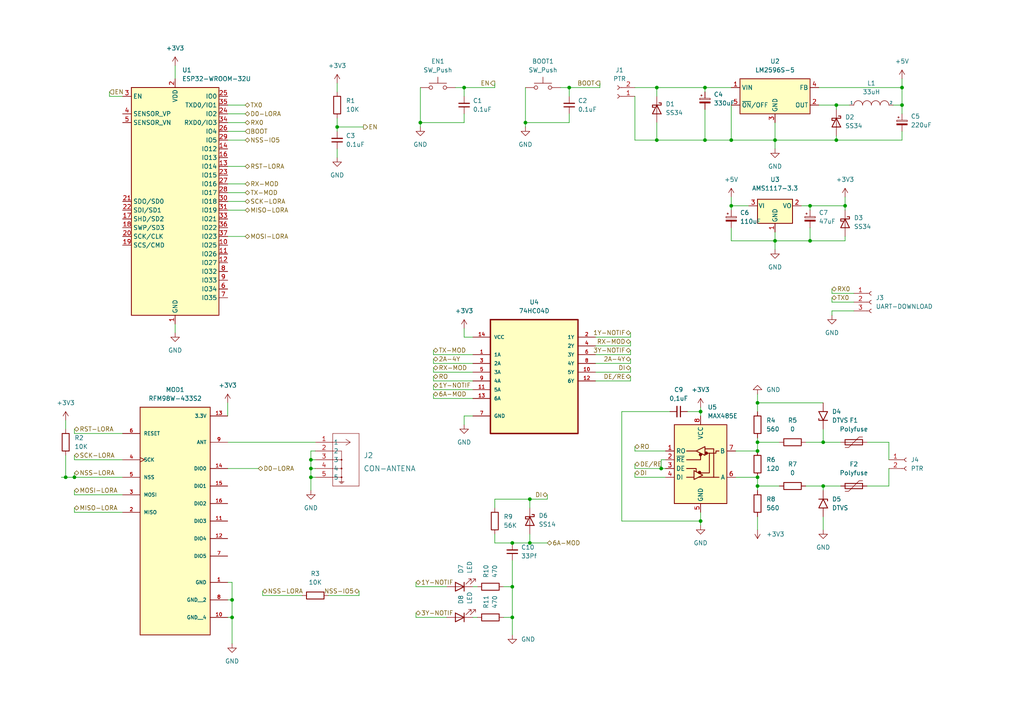
<source format=kicad_sch>
(kicad_sch (version 20211123) (generator eeschema)
  (paper "A4")
  (lib_symbols
    (symbol "74HC04D:74HC04D" (pin_names (offset 1.016))
      (property "Reference" "U" (at -5.4472 15.2217 0))
      (property "Value" "74HC04D" (at -4.5244 -24.9604 0))
      (symbol "74HC04D_0_0"
        (rectangle (start -12.7 -20.32) (end 12.7 12.7) (stroke (width 0.4064)) (fill (type background)))
        (pin input line (at -17.78 2.54 0) (length 5.08) (name "1A") (number "1"))
        (pin output line (at 17.78 -2.54 180) (length 5.08) (name "5Y") (number "10"))
        (pin input line (at -17.78 -7.62 0) (length 5.08) (name "5A") (number "11"))
        (pin output line (at 17.78 -5.08 180) (length 5.08) (name "6Y") (number "12"))
        (pin input line (at -17.78 -10.16 0) (length 5.08) (name "6A") (number "13"))
        (pin power_in line (at -17.78 7.62 0) (length 5.08) (name "VCC") (number "14"))
        (pin output line (at 17.78 7.62 180) (length 5.08) (name "1Y") (number "2"))
        (pin input line (at -17.78 0 0) (length 5.08) (name "2A") (number "3"))
        (pin output line (at 17.78 5.08 180) (length 5.08) (name "2Y") (number "4"))
        (pin input line (at -17.78 -2.54 0) (length 5.08) (name "3A") (number "5"))
        (pin output line (at 17.78 2.54 180) (length 5.08) (name "3Y") (number "6"))
        (pin passive line (at -17.78 -15.24 0) (length 5.08) (name "GND") (number "7"))
        (pin output line (at 17.78 0 180) (length 5.08) (name "4Y") (number "8"))
        (pin input line (at -17.78 -5.08 0) (length 5.08) (name "4A") (number "9"))
      )
    )
    (symbol "Connector:Conn_01x02_Female" (pin_names (offset 1.016) hide)
      (property "Reference" "J" (at 0 2.54 0))
      (property "Value" "Conn_01x02_Female" (at 0 -5.08 0))
      (symbol "Conn_01x02_Female_1_1"
        (arc (start 0 -2.032) (mid -0.508 -2.54) (end 0 -3.048) (stroke (width 0.1524)))
        (polyline (pts (xy -1.27 -2.54) (xy -0.508 -2.54)) (stroke (width 0.1524)))
        (polyline (pts (xy -1.27 0) (xy -0.508 0)) (stroke (width 0.1524)))
        (arc (start 0 0.508) (mid -0.508 0) (end 0 -0.508) (stroke (width 0.1524)))
        (pin passive line (at -5.08 0 0) (length 3.81) (name "Pin_1") (number "1"))
        (pin passive line (at -5.08 -2.54 0) (length 3.81) (name "Pin_2") (number "2"))
      )
    )
    (symbol "Connector:Conn_01x03_Female" (pin_names (offset 1.016) hide)
      (property "Reference" "J" (at 0 5.08 0))
      (property "Value" "Conn_01x03_Female" (at 0 -5.08 0))
      (symbol "Conn_01x03_Female_1_1"
        (arc (start 0 -2.032) (mid -0.508 -2.54) (end 0 -3.048) (stroke (width 0.1524)))
        (polyline (pts (xy -1.27 -2.54) (xy -0.508 -2.54)) (stroke (width 0.1524)))
        (polyline (pts (xy -1.27 0) (xy -0.508 0)) (stroke (width 0.1524)))
        (polyline (pts (xy -1.27 2.54) (xy -0.508 2.54)) (stroke (width 0.1524)))
        (arc (start 0 0.508) (mid -0.508 0) (end 0 -0.508) (stroke (width 0.1524)))
        (arc (start 0 3.048) (mid -0.508 2.54) (end 0 2.032) (stroke (width 0.1524)))
        (pin passive line (at -5.08 2.54 0) (length 3.81) (name "Pin_1") (number "1"))
        (pin passive line (at -5.08 0 0) (length 3.81) (name "Pin_2") (number "2"))
        (pin passive line (at -5.08 -2.54 0) (length 3.81) (name "Pin_3") (number "3"))
      )
    )
    (symbol "Device:C_Polarized_Small" (pin_numbers hide) (pin_names (offset 0.254) hide)
      (property "Reference" "C" (at 0.254 1.778 0))
      (property "Value" "C_Polarized_Small" (at 0.254 -2.032 0))
      (symbol "C_Polarized_Small_0_1"
        (rectangle (start -1.524 -0.3048) (end 1.524 -0.6858) (fill (type outline)))
        (rectangle (start -1.524 0.6858) (end 1.524 0.3048))
        (polyline (pts (xy -1.27 1.524) (xy -0.762 1.524)))
        (polyline (pts (xy -1.016 1.27) (xy -1.016 1.778)))
      )
      (symbol "C_Polarized_Small_1_1"
        (pin passive line (at 0 2.54 270) (length 1.8542) (name "~") (number "1"))
        (pin passive line (at 0 -2.54 90) (length 1.8542) (name "~") (number "2"))
      )
    )
    (symbol "Device:C_Small" (pin_numbers hide) (pin_names (offset 0.254) hide)
      (property "Reference" "C" (at 0.254 1.778 0))
      (property "Value" "C_Small" (at 0.254 -2.032 0))
      (symbol "C_Small_0_1"
        (polyline (pts (xy -1.524 -0.508) (xy 1.524 -0.508)) (stroke (width 0.3302)))
        (polyline (pts (xy -1.524 0.508) (xy 1.524 0.508)) (stroke (width 0.3048)))
      )
      (symbol "C_Small_1_1"
        (pin passive line (at 0 2.54 270) (length 2.032) (name "~") (number "1"))
        (pin passive line (at 0 -2.54 90) (length 2.032) (name "~") (number "2"))
      )
    )
    (symbol "Device:LED" (pin_numbers hide) (pin_names (offset 1.016) hide)
      (property "Reference" "D" (at 0 2.54 0))
      (property "Value" "LED" (at 0 -2.54 0))
      (symbol "LED_0_1"
        (polyline (pts (xy -1.27 -1.27) (xy -1.27 1.27)) (stroke (width 0.254)))
        (polyline (pts (xy -1.27 0) (xy 1.27 0)))
        (polyline (pts (xy 1.27 -1.27) (xy 1.27 1.27) (xy -1.27 0) (xy 1.27 -1.27)) (stroke (width 0.254)))
        (polyline (pts (xy -3.048 -0.762) (xy -4.572 -2.286) (xy -3.81 -2.286) (xy -4.572 -2.286) (xy -4.572 -1.524)))
        (polyline (pts (xy -1.778 -0.762) (xy -3.302 -2.286) (xy -2.54 -2.286) (xy -3.302 -2.286) (xy -3.302 -1.524)))
      )
      (symbol "LED_1_1"
        (pin passive line (at -3.81 0 0) (length 2.54) (name "K") (number "1"))
        (pin passive line (at 3.81 0 180) (length 2.54) (name "A") (number "2"))
      )
    )
    (symbol "Device:Polyfuse" (pin_numbers hide) (pin_names (offset 0))
      (property "Reference" "F" (at -2.54 0 90))
      (property "Value" "Polyfuse" (at 2.54 0 90))
      (symbol "Polyfuse_0_1"
        (rectangle (start -0.762 2.54) (end 0.762 -2.54) (stroke (width 0.254)))
        (polyline (pts (xy 0 2.54) (xy 0 -2.54)))
        (polyline (pts (xy -1.524 2.54) (xy -1.524 1.524) (xy 1.524 -1.524) (xy 1.524 -2.54)))
      )
      (symbol "Polyfuse_1_1"
        (pin passive line (at 0 3.81 270) (length 1.27) (name "~") (number "1"))
        (pin passive line (at 0 -3.81 90) (length 1.27) (name "~") (number "2"))
      )
    )
    (symbol "Device:R" (pin_numbers hide) (pin_names (offset 0))
      (property "Reference" "R" (at 2.032 0 90))
      (property "Value" "R" (at 0 0 90))
      (symbol "R_0_1"
        (rectangle (start -1.016 -2.54) (end 1.016 2.54) (stroke (width 0.254)))
      )
      (symbol "R_1_1"
        (pin passive line (at 0 3.81 270) (length 1.27) (name "~") (number "1"))
        (pin passive line (at 0 -3.81 90) (length 1.27) (name "~") (number "2"))
      )
    )
    (symbol "Diode:MBRA340" (pin_numbers hide) (pin_names hide)
      (property "Reference" "D" (at 0 2.54 0))
      (property "Value" "MBRA340" (at 0 -2.54 0))
      (symbol "MBRA340_0_1"
        (polyline (pts (xy 1.27 0) (xy -1.27 0)))
        (polyline (pts (xy 1.27 1.27) (xy 1.27 -1.27) (xy -1.27 0) (xy 1.27 1.27)) (stroke (width 0.254)))
        (polyline (pts (xy -1.905 0.635) (xy -1.905 1.27) (xy -1.27 1.27) (xy -1.27 -1.27) (xy -0.635 -1.27) (xy -0.635 -0.635)) (stroke (width 0.254)))
      )
      (symbol "MBRA340_1_1"
        (pin passive line (at -3.81 0 0) (length 2.54) (name "K") (number "1"))
        (pin passive line (at 3.81 0 180) (length 2.54) (name "A") (number "2"))
      )
    )
    (symbol "Diode:SM6T7V5A" (pin_numbers hide) (pin_names (offset 1.016) hide)
      (property "Reference" "D" (at 0 2.54 0))
      (property "Value" "SM6T7V5A" (at 0 -2.54 0))
      (symbol "SM6T7V5A_0_1"
        (polyline (pts (xy -0.762 1.27) (xy -1.27 1.27) (xy -1.27 -1.27)) (stroke (width 0.254)))
        (polyline (pts (xy 1.27 1.27) (xy 1.27 -1.27) (xy -1.27 0) (xy 1.27 1.27)) (stroke (width 0.254)))
      )
      (symbol "SM6T7V5A_1_1"
        (pin passive line (at -3.81 0 0) (length 2.54) (name "A1") (number "1"))
        (pin passive line (at 3.81 0 180) (length 2.54) (name "A2") (number "2"))
      )
    )
    (symbol "Interface_UART:MAX485E"
      (property "Reference" "U" (at -6.096 11.43 0))
      (property "Value" "MAX485E" (at 0.762 11.43 0))
      (symbol "MAX485E_0_1"
        (rectangle (start -7.62 10.16) (end 7.62 -12.7) (stroke (width 0.254)) (fill (type background)))
        (circle (center -0.3048 -3.683) (radius 0.3556) (stroke (width 0.254)) (fill (type outline)))
        (circle (center -0.0254 1.4986) (radius 0.3556) (stroke (width 0.254)) (fill (type outline)))
        (polyline (pts (xy -4.064 -5.08) (xy -1.905 -5.08)) (stroke (width 0.254)))
        (polyline (pts (xy -4.064 2.54) (xy -1.27 2.54)) (stroke (width 0.254)))
        (polyline (pts (xy -1.27 -3.2004) (xy -1.27 -3.4544)) (stroke (width 0.254)))
        (polyline (pts (xy -0.635 -5.08) (xy 5.334 -5.08)) (stroke (width 0.254)))
        (polyline (pts (xy -4.064 -2.54) (xy -1.27 -2.54) (xy -1.27 -3.175)) (stroke (width 0.254)))
        (polyline (pts (xy 0 1.27) (xy 0 0) (xy -4.064 0)) (stroke (width 0.254)))
        (polyline (pts (xy 1.27 3.175) (xy 3.81 3.175) (xy 3.81 -5.08)) (stroke (width 0.254)))
        (polyline (pts (xy 2.54 1.905) (xy 2.54 -3.81) (xy 0 -3.81)) (stroke (width 0.254)))
        (polyline (pts (xy -1.905 -3.175) (xy -1.905 -5.715) (xy 0.635 -4.445) (xy -1.905 -3.175)) (stroke (width 0.254)))
        (polyline (pts (xy -1.27 2.54) (xy 1.27 3.81) (xy 1.27 1.27) (xy -1.27 2.54)) (stroke (width 0.254)))
        (polyline (pts (xy 1.905 1.905) (xy 4.445 1.905) (xy 4.445 2.54) (xy 5.334 2.54)) (stroke (width 0.254)))
        (rectangle (start 1.27 3.175) (end 1.27 3.175))
        (circle (center 1.651 1.905) (radius 0.3556) (stroke (width 0.254)) (fill (type outline)))
      )
      (symbol "MAX485E_1_1"
        (pin output line (at -10.16 2.54 0) (length 2.54) (name "RO") (number "1"))
        (pin input line (at -10.16 0 0) (length 2.54) (name "~{RE}") (number "2"))
        (pin input line (at -10.16 -2.54 0) (length 2.54) (name "DE") (number "3"))
        (pin input line (at -10.16 -5.08 0) (length 2.54) (name "DI") (number "4"))
        (pin power_in line (at 0 -15.24 90) (length 2.54) (name "GND") (number "5"))
        (pin bidirectional line (at 10.16 -5.08 180) (length 2.54) (name "A") (number "6"))
        (pin bidirectional line (at 10.16 2.54 180) (length 2.54) (name "B") (number "7"))
        (pin power_in line (at 0 12.7 270) (length 2.54) (name "VCC") (number "8"))
      )
    )
    (symbol "RFM98W-433S2-LoRa:RFM98W-433S2" (pin_names (offset 1.016))
      (property "Reference" "MOD1" (at 0 22.86 0))
      (property "Value" "RFM98W-433S2" (at 0 20.32 0))
      (symbol "RFM98W-433S2_0_0"
        (rectangle (start -10.16 -48.26) (end 10.16 17.78) (stroke (width 0.254)) (fill (type background)))
        (pin power_in line (at 15.24 -33.02 180) (length 5.08) (name "GND") (number "1"))
        (pin power_in line (at 15.24 -43.18 180) (length 5.08) (name "GND__4") (number "10"))
        (pin bidirectional line (at 15.24 -15.24 180) (length 5.08) (name "DIO3") (number "11"))
        (pin bidirectional line (at 15.24 -20.32 180) (length 5.08) (name "DIO4") (number "12"))
        (pin power_in line (at 15.24 15.24 180) (length 5.08) (name "3.3V") (number "13"))
        (pin bidirectional line (at 15.24 0 180) (length 5.08) (name "DIO0") (number "14"))
        (pin bidirectional line (at 15.24 -5.08 180) (length 5.08) (name "DIO1") (number "15"))
        (pin bidirectional line (at 15.24 -10.16 180) (length 5.08) (name "DIO2") (number "16"))
        (pin output line (at -15.24 -12.7 0) (length 5.08) (name "MISO") (number "2"))
        (pin input line (at -15.24 -7.62 0) (length 5.08) (name "MOSI") (number "3"))
        (pin input clock (at -15.24 2.54 0) (length 5.08) (name "SCK") (number "4"))
        (pin input line (at -15.24 -2.54 0) (length 5.08) (name "NSS") (number "5"))
        (pin bidirectional line (at -15.24 10.16 0) (length 5.08) (name "RESET") (number "6"))
        (pin bidirectional line (at 15.24 -25.4 180) (length 5.08) (name "DIO5") (number "7"))
        (pin power_in line (at 15.24 -38.1 180) (length 5.08) (name "GND__2") (number "8"))
        (pin bidirectional line (at 15.24 7.62 180) (length 5.08) (name "ANT") (number "9"))
      )
    )
    (symbol "RF_Module:ESP32-WROOM-32U"
      (property "Reference" "U" (at -12.7 34.29 0))
      (property "Value" "ESP32-WROOM-32U" (at 1.27 34.29 0))
      (symbol "ESP32-WROOM-32U_0_1"
        (rectangle (start -12.7 33.02) (end 12.7 -33.02) (stroke (width 0.254)) (fill (type background)))
      )
      (symbol "ESP32-WROOM-32U_1_1"
        (pin power_in line (at 0 -35.56 90) (length 2.54) (name "GND") (number "1"))
        (pin bidirectional line (at 15.24 -12.7 180) (length 2.54) (name "IO25") (number "10"))
        (pin bidirectional line (at 15.24 -15.24 180) (length 2.54) (name "IO26") (number "11"))
        (pin bidirectional line (at 15.24 -17.78 180) (length 2.54) (name "IO27") (number "12"))
        (pin bidirectional line (at 15.24 10.16 180) (length 2.54) (name "IO14") (number "13"))
        (pin bidirectional line (at 15.24 15.24 180) (length 2.54) (name "IO12") (number "14"))
        (pin passive line (at 0 -35.56 90) (length 2.54) hide (name "GND") (number "15"))
        (pin bidirectional line (at 15.24 12.7 180) (length 2.54) (name "IO13") (number "16"))
        (pin bidirectional line (at -15.24 -5.08 0) (length 2.54) (name "SHD/SD2") (number "17"))
        (pin bidirectional line (at -15.24 -7.62 0) (length 2.54) (name "SWP/SD3") (number "18"))
        (pin bidirectional line (at -15.24 -12.7 0) (length 2.54) (name "SCS/CMD") (number "19"))
        (pin power_in line (at 0 35.56 270) (length 2.54) (name "VDD") (number "2"))
        (pin bidirectional line (at -15.24 -10.16 0) (length 2.54) (name "SCK/CLK") (number "20"))
        (pin bidirectional line (at -15.24 0 0) (length 2.54) (name "SDO/SD0") (number "21"))
        (pin bidirectional line (at -15.24 -2.54 0) (length 2.54) (name "SDI/SD1") (number "22"))
        (pin bidirectional line (at 15.24 7.62 180) (length 2.54) (name "IO15") (number "23"))
        (pin bidirectional line (at 15.24 25.4 180) (length 2.54) (name "IO2") (number "24"))
        (pin bidirectional line (at 15.24 30.48 180) (length 2.54) (name "IO0") (number "25"))
        (pin bidirectional line (at 15.24 20.32 180) (length 2.54) (name "IO4") (number "26"))
        (pin bidirectional line (at 15.24 5.08 180) (length 2.54) (name "IO16") (number "27"))
        (pin bidirectional line (at 15.24 2.54 180) (length 2.54) (name "IO17") (number "28"))
        (pin bidirectional line (at 15.24 17.78 180) (length 2.54) (name "IO5") (number "29"))
        (pin input line (at -15.24 30.48 0) (length 2.54) (name "EN") (number "3"))
        (pin bidirectional line (at 15.24 0 180) (length 2.54) (name "IO18") (number "30"))
        (pin bidirectional line (at 15.24 -2.54 180) (length 2.54) (name "IO19") (number "31"))
        (pin no_connect line (at -12.7 -27.94 0) (length 2.54) hide (name "NC") (number "32"))
        (pin bidirectional line (at 15.24 -5.08 180) (length 2.54) (name "IO21") (number "33"))
        (pin bidirectional line (at 15.24 22.86 180) (length 2.54) (name "RXD0/IO3") (number "34"))
        (pin bidirectional line (at 15.24 27.94 180) (length 2.54) (name "TXD0/IO1") (number "35"))
        (pin bidirectional line (at 15.24 -7.62 180) (length 2.54) (name "IO22") (number "36"))
        (pin bidirectional line (at 15.24 -10.16 180) (length 2.54) (name "IO23") (number "37"))
        (pin passive line (at 0 -35.56 90) (length 2.54) hide (name "GND") (number "38"))
        (pin passive line (at 0 -35.56 90) (length 2.54) hide (name "GND") (number "39"))
        (pin input line (at -15.24 25.4 0) (length 2.54) (name "SENSOR_VP") (number "4"))
        (pin input line (at -15.24 22.86 0) (length 2.54) (name "SENSOR_VN") (number "5"))
        (pin input line (at 15.24 -25.4 180) (length 2.54) (name "IO34") (number "6"))
        (pin input line (at 15.24 -27.94 180) (length 2.54) (name "IO35") (number "7"))
        (pin bidirectional line (at 15.24 -20.32 180) (length 2.54) (name "IO32") (number "8"))
        (pin bidirectional line (at 15.24 -22.86 180) (length 2.54) (name "IO33") (number "9"))
      )
    )
    (symbol "Regulator_Linear:LM1117-3.3" (pin_names (offset 0.254))
      (property "Reference" "U" (at -3.81 3.175 0))
      (property "Value" "LM1117-3.3" (at 0 3.175 0))
      (symbol "LM1117-3.3_0_1"
        (rectangle (start -5.08 -5.08) (end 5.08 1.905) (stroke (width 0.254)) (fill (type background)))
      )
      (symbol "LM1117-3.3_1_1"
        (pin power_in line (at 0 -7.62 90) (length 2.54) (name "GND") (number "1"))
        (pin power_out line (at 7.62 0 180) (length 2.54) (name "VO") (number "2"))
        (pin power_in line (at -7.62 0 0) (length 2.54) (name "VI") (number "3"))
      )
    )
    (symbol "Regulator_Switching:LM2596S-5"
      (property "Reference" "U" (at -10.16 6.35 0))
      (property "Value" "LM2596S-5" (at 0 6.35 0))
      (symbol "LM2596S-5_0_1"
        (rectangle (start -10.16 5.08) (end 10.16 -5.08) (stroke (width 0.254)) (fill (type background)))
      )
      (symbol "LM2596S-5_1_1"
        (pin power_in line (at -12.7 2.54 0) (length 2.54) (name "VIN") (number "1"))
        (pin output line (at 12.7 -2.54 180) (length 2.54) (name "OUT") (number "2"))
        (pin power_in line (at 0 -7.62 90) (length 2.54) (name "GND") (number "3"))
        (pin input line (at 12.7 2.54 180) (length 2.54) (name "FB") (number "4"))
        (pin input line (at -12.7 -2.54 0) (length 2.54) (name "~{ON}/OFF") (number "5"))
      )
    )
    (symbol "Switch:SW_Push" (pin_numbers hide) (pin_names (offset 1.016) hide)
      (property "Reference" "SW" (at 1.27 2.54 0))
      (property "Value" "SW_Push" (at 0 -1.524 0))
      (symbol "SW_Push_0_1"
        (circle (center -2.032 0) (radius 0.508))
        (polyline (pts (xy 0 1.27) (xy 0 3.048)))
        (polyline (pts (xy 2.54 1.27) (xy -2.54 1.27)))
        (circle (center 2.032 0) (radius 0.508))
        (pin passive line (at -5.08 0 0) (length 2.54) (name "1") (number "1"))
        (pin passive line (at 5.08 0 180) (length 2.54) (name "2") (number "2"))
      )
    )
    (symbol "conn-sma-antena-female:142-0701-851" (pin_names (offset 0.254))
      (property "Reference" "J" (at 8.89 6.35 0))
      (property "Value" "142-0701-851" (at 0 0 0))
      (symbol "142-0701-851_1_1"
        (polyline (pts (xy 5.08 -12.7) (xy 12.7 -12.7)) (stroke (width 0.127)))
        (polyline (pts (xy 5.08 2.54) (xy 5.08 -12.7)) (stroke (width 0.127)))
        (polyline (pts (xy 7.112 -11.684) (xy 8.128 -11.684)) (stroke (width 0.127)))
        (polyline (pts (xy 7.366 -11.938) (xy 7.874 -11.938)) (stroke (width 0.127)))
        (polyline (pts (xy 7.62 -10.16) (xy 5.08 -10.16)) (stroke (width 0.127)))
        (polyline (pts (xy 7.62 -7.62) (xy 5.08 -7.62)) (stroke (width 0.127)))
        (polyline (pts (xy 7.62 -5.08) (xy 5.08 -5.08)) (stroke (width 0.127)))
        (polyline (pts (xy 7.62 -2.54) (xy 5.08 -2.54)) (stroke (width 0.127)))
        (polyline (pts (xy 7.62 -2.54) (xy 7.62 -11.43)) (stroke (width 0.127)))
        (polyline (pts (xy 8.382 -11.43) (xy 6.858 -11.43)) (stroke (width 0.127)))
        (polyline (pts (xy 10.16 0) (xy 5.08 0)) (stroke (width 0.127)))
        (polyline (pts (xy 10.16 0) (xy 8.89 -0.8467)) (stroke (width 0.127)))
        (polyline (pts (xy 10.16 0) (xy 8.89 0.8467)) (stroke (width 0.127)))
        (polyline (pts (xy 12.7 -12.7) (xy 12.7 2.54)) (stroke (width 0.127)))
        (polyline (pts (xy 12.7 2.54) (xy 5.08 2.54)) (stroke (width 0.127)))
        (circle (center 7.62 -10.16) (radius 0.127) (stroke (width 0.254)))
        (circle (center 7.62 -7.62) (radius 0.127) (stroke (width 0.254)))
        (circle (center 7.62 -5.08) (radius 0.127) (stroke (width 0.254)))
        (pin unspecified line (at 0 0 0) (length 5.08) (name "1") (number "1"))
        (pin unspecified line (at 0 -2.54 0) (length 5.08) (name "2") (number "2"))
        (pin unspecified line (at 0 -5.08 0) (length 5.08) (name "3") (number "3"))
        (pin unspecified line (at 0 -7.62 0) (length 5.08) (name "4") (number "4"))
        (pin unspecified line (at 0 -10.16 0) (length 5.08) (name "5") (number "5"))
      )
      (symbol "142-0701-851_1_2"
        (polyline (pts (xy 5.08 -12.7) (xy 12.7 -12.7)) (stroke (width 0.127)))
        (polyline (pts (xy 5.08 2.54) (xy 5.08 -12.7)) (stroke (width 0.127)))
        (polyline (pts (xy 7.112 -11.684) (xy 8.128 -11.684)) (stroke (width 0.127)))
        (polyline (pts (xy 7.366 -11.938) (xy 7.874 -11.938)) (stroke (width 0.127)))
        (polyline (pts (xy 7.62 -10.16) (xy 5.08 -10.16)) (stroke (width 0.127)))
        (polyline (pts (xy 7.62 -7.62) (xy 5.08 -7.62)) (stroke (width 0.127)))
        (polyline (pts (xy 7.62 -5.08) (xy 5.08 -5.08)) (stroke (width 0.127)))
        (polyline (pts (xy 7.62 -2.54) (xy 5.08 -2.54)) (stroke (width 0.127)))
        (polyline (pts (xy 7.62 -2.54) (xy 7.62 -11.43)) (stroke (width 0.127)))
        (polyline (pts (xy 7.62 0) (xy 5.08 0)) (stroke (width 0.127)))
        (polyline (pts (xy 7.62 0) (xy 8.89 -0.8467)) (stroke (width 0.127)))
        (polyline (pts (xy 7.62 0) (xy 8.89 0.8467)) (stroke (width 0.127)))
        (polyline (pts (xy 8.382 -11.43) (xy 6.858 -11.43)) (stroke (width 0.127)))
        (polyline (pts (xy 12.7 -12.7) (xy 12.7 2.54)) (stroke (width 0.127)))
        (polyline (pts (xy 12.7 2.54) (xy 5.08 2.54)) (stroke (width 0.127)))
        (circle (center 7.62 -10.16) (radius 0.127) (stroke (width 0.254)))
        (circle (center 7.62 -7.62) (radius 0.127) (stroke (width 0.254)))
        (circle (center 7.62 -5.08) (radius 0.127) (stroke (width 0.254)))
        (pin unspecified line (at 0 0 0) (length 5.08) (name "1") (number "1"))
        (pin unspecified line (at 0 -2.54 0) (length 5.08) (name "2") (number "2"))
        (pin unspecified line (at 0 -5.08 0) (length 5.08) (name "3") (number "3"))
        (pin unspecified line (at 0 -7.62 0) (length 5.08) (name "4") (number "4"))
        (pin unspecified line (at 0 -10.16 0) (length 5.08) (name "5") (number "5"))
      )
    )
    (symbol "power:+3V3" (power) (pin_names (offset 0))
      (property "Value" "+3V3" (at 0 3.556 0))
      (symbol "+3V3_0_1"
        (polyline (pts (xy -0.762 1.27) (xy 0 2.54)))
        (polyline (pts (xy 0 0) (xy 0 2.54)))
        (polyline (pts (xy 0 2.54) (xy 0.762 1.27)))
      )
      (symbol "+3V3_1_1"
        (pin power_in line (at 0 0 90) (length 0) hide (name "+3V3") (number "1"))
      )
    )
    (symbol "power:+5V" (power) (pin_names (offset 0))
      (property "Value" "+5V" (at 0 3.556 0))
      (symbol "+5V_0_1"
        (polyline (pts (xy -0.762 1.27) (xy 0 2.54)))
        (polyline (pts (xy 0 0) (xy 0 2.54)))
        (polyline (pts (xy 0 2.54) (xy 0.762 1.27)))
      )
      (symbol "+5V_1_1"
        (pin power_in line (at 0 0 90) (length 0) hide (name "+5V") (number "1"))
      )
    )
    (symbol "power:GND" (power) (pin_names (offset 0))
      (property "Value" "GND" (at 0 -3.81 0))
      (symbol "GND_0_1"
        (polyline (pts (xy 0 0) (xy 0 -1.27) (xy 1.27 -1.27) (xy 0 -2.54) (xy -1.27 -1.27) (xy 0 -1.27)))
      )
      (symbol "GND_1_1"
        (pin power_in line (at 0 0 270) (length 0) hide (name "GND") (number "1"))
      )
    )
    (symbol "pspice:INDUCTOR" (pin_numbers hide) (pin_names (offset 0))
      (property "Reference" "L" (at 0 2.54 0))
      (property "Value" "INDUCTOR" (at 0 -1.27 0))
      (symbol "INDUCTOR_0_1"
        (arc (start -2.54 0) (mid -3.81 1.27) (end -5.08 0))
        (arc (start 0 0) (mid -1.27 1.27) (end -2.54 0))
        (arc (start 2.54 0) (mid 1.27 1.27) (end 0 0))
        (arc (start 5.08 0) (mid 3.81 1.27) (end 2.54 0))
      )
      (symbol "INDUCTOR_1_1"
        (pin input line (at -6.35 0 0) (length 1.27) (name "1") (number "1"))
        (pin input line (at 6.35 0 180) (length 1.27) (name "2") (number "2"))
      )
    )
  )
  (junction (at 238.76 140.97))
  (junction (at 153.67 144.78))
  (junction (at 219.71 116.84))
  (junction (at 224.79 40.64))
  (junction (at 261.62 30.48))
  (junction (at 148.59 179.07))
  (junction (at 234.95 59.69))
  (junction (at 152.4 35.56))
  (junction (at 190.5 25.4))
  (junction (at 67.31 173.99))
  (junction (at 234.95 69.85))
  (junction (at 224.79 69.85))
  (junction (at 242.57 40.64))
  (junction (at 238.76 128.27))
  (junction (at 21.59 138.43))
  (junction (at 212.09 40.64))
  (junction (at 219.71 130.81))
  (junction (at 134.62 25.4))
  (junction (at 219.71 140.97))
  (junction (at 165.1 25.4))
  (junction (at 148.59 157.48))
  (junction (at 242.57 30.48))
  (junction (at 121.92 35.56))
  (junction (at 212.09 59.69))
  (junction (at 97.79 36.83))
  (junction (at 90.17 135.89))
  (junction (at 191.77 135.89))
  (junction (at 153.67 157.48))
  (junction (at 204.47 25.4))
  (junction (at 67.31 179.07))
  (junction (at 261.62 25.4))
  (junction (at 219.71 138.43))
  (junction (at 204.47 40.64))
  (junction (at 219.71 128.27))
  (junction (at 190.5 40.64))
  (junction (at 203.2 151.13))
  (junction (at 148.59 170.18))
  (junction (at 203.2 119.38))
  (junction (at 245.11 59.69))
  (junction (at 90.17 133.35))
  (junction (at 90.17 138.43))
  (junction (at 19.05 138.43))
  (wire (pts (xy 182.88 99.06) (xy 182.88 100.33)))
  (wire (pts (xy 125.73 109.22) (xy 125.73 110.49)))
  (wire (pts (xy 241.3 83.82) (xy 241.3 85.09)))
  (wire (pts (xy 203.2 152.4) (xy 203.2 151.13)))
  (wire (pts (xy 219.71 140.97) (xy 219.71 142.24)))
  (wire (pts (xy 204.47 31.75) (xy 204.47 40.64)))
  (wire (pts (xy 67.31 179.07) (xy 67.31 186.69)))
  (wire (pts (xy 95.25 172.72) (xy 104.14 172.72)))
  (wire (pts (xy 66.04 135.89) (xy 74.93 135.89)))
  (wire (pts (xy 182.88 104.14) (xy 182.88 105.41)))
  (wire (pts (xy 148.59 184.15) (xy 148.59 179.07)))
  (wire (pts (xy 134.62 25.4) (xy 132.08 25.4)))
  (wire (pts (xy 212.09 40.64) (xy 224.79 40.64)))
  (wire (pts (xy 212.09 69.85) (xy 224.79 69.85)))
  (wire (pts (xy 134.62 97.79) (xy 137.16 97.79)))
  (wire (pts (xy 134.62 27.94) (xy 134.62 25.4)))
  (wire (pts (xy 219.71 127) (xy 219.71 128.27)))
  (wire (pts (xy 234.95 69.85) (xy 234.95 66.04)))
  (wire (pts (xy 121.92 36.83) (xy 121.92 35.56)))
  (wire (pts (xy 219.71 114.3) (xy 219.71 116.84)))
  (wire (pts (xy 152.4 35.56) (xy 165.1 35.56)))
  (wire (pts (xy 261.62 25.4) (xy 261.62 30.48)))
  (wire (pts (xy 21.59 132.08) (xy 21.59 133.35)))
  (wire (pts (xy 219.71 116.84) (xy 219.71 119.38)))
  (wire (pts (xy 219.71 128.27) (xy 226.06 128.27)))
  (wire (pts (xy 31.75 26.67) (xy 31.75 27.94)))
  (wire (pts (xy 121.92 35.56) (xy 134.62 35.56)))
  (wire (pts (xy 120.65 179.07) (xy 129.54 179.07)))
  (wire (pts (xy 238.76 140.97) (xy 233.68 140.97)))
  (wire (pts (xy 184.15 138.43) (xy 193.04 138.43)))
  (wire (pts (xy 261.62 22.86) (xy 261.62 25.4)))
  (wire (pts (xy 251.46 140.97) (xy 257.81 140.97)))
  (wire (pts (xy 66.04 33.02) (xy 71.12 33.02)))
  (wire (pts (xy 17.78 138.43) (xy 19.05 138.43)))
  (wire (pts (xy 146.05 179.07) (xy 148.59 179.07)))
  (wire (pts (xy 76.2 171.45) (xy 76.2 172.72)))
  (wire (pts (xy 66.04 48.26) (xy 71.12 48.26)))
  (wire (pts (xy 66.04 30.48) (xy 71.12 30.48)))
  (wire (pts (xy 251.46 128.27) (xy 257.81 128.27)))
  (wire (pts (xy 76.2 172.72) (xy 87.63 172.72)))
  (wire (pts (xy 241.3 85.09) (xy 247.65 85.09)))
  (wire (pts (xy 257.81 140.97) (xy 257.81 135.89)))
  (wire (pts (xy 50.8 19.05) (xy 50.8 22.86)))
  (wire (pts (xy 90.17 142.24) (xy 90.17 138.43)))
  (wire (pts (xy 242.57 40.64) (xy 242.57 39.37)))
  (wire (pts (xy 66.04 173.99) (xy 67.31 173.99)))
  (wire (pts (xy 31.75 27.94) (xy 35.56 27.94)))
  (wire (pts (xy 148.59 162.56) (xy 148.59 170.18)))
  (wire (pts (xy 180.34 151.13) (xy 180.34 119.38)))
  (wire (pts (xy 224.79 40.64) (xy 224.79 43.18)))
  (wire (pts (xy 125.73 104.14) (xy 125.73 105.41)))
  (wire (pts (xy 148.59 157.48) (xy 153.67 157.48)))
  (wire (pts (xy 182.88 101.6) (xy 182.88 102.87)))
  (wire (pts (xy 190.5 35.56) (xy 190.5 40.64)))
  (wire (pts (xy 203.2 118.11) (xy 203.2 119.38)))
  (wire (pts (xy 172.72 100.33) (xy 182.88 100.33)))
  (wire (pts (xy 234.95 59.69) (xy 232.41 59.69)))
  (wire (pts (xy 224.79 69.85) (xy 224.79 72.39)))
  (wire (pts (xy 97.79 24.13) (xy 97.79 26.67)))
  (wire (pts (xy 204.47 25.4) (xy 212.09 25.4)))
  (wire (pts (xy 245.11 57.15) (xy 245.11 59.69)))
  (wire (pts (xy 212.09 60.96) (xy 212.09 59.69)))
  (wire (pts (xy 172.72 102.87) (xy 182.88 102.87)))
  (wire (pts (xy 66.04 38.1) (xy 71.12 38.1)))
  (wire (pts (xy 257.81 128.27) (xy 257.81 133.35)))
  (wire (pts (xy 143.51 24.13) (xy 143.51 25.4)))
  (wire (pts (xy 165.1 25.4) (xy 162.56 25.4)))
  (wire (pts (xy 203.2 148.59) (xy 203.2 151.13)))
  (wire (pts (xy 184.15 40.64) (xy 190.5 40.64)))
  (wire (pts (xy 219.71 128.27) (xy 219.71 130.81)))
  (wire (pts (xy 125.73 106.68) (xy 125.73 107.95)))
  (wire (pts (xy 237.49 25.4) (xy 261.62 25.4)))
  (wire (pts (xy 184.15 135.89) (xy 191.77 135.89)))
  (wire (pts (xy 182.88 109.22) (xy 182.88 110.49)))
  (wire (pts (xy 245.11 59.69) (xy 245.11 60.96)))
  (wire (pts (xy 66.04 35.56) (xy 71.12 35.56)))
  (wire (pts (xy 148.59 157.48) (xy 143.51 157.48)))
  (wire (pts (xy 224.79 69.85) (xy 224.79 67.31)))
  (wire (pts (xy 134.62 35.56) (xy 134.62 33.02)))
  (wire (pts (xy 134.62 123.19) (xy 134.62 120.65)))
  (wire (pts (xy 173.99 24.13) (xy 173.99 25.4)))
  (wire (pts (xy 184.15 134.62) (xy 184.15 135.89)))
  (wire (pts (xy 204.47 40.64) (xy 212.09 40.64)))
  (wire (pts (xy 143.51 157.48) (xy 143.51 154.94)))
  (wire (pts (xy 90.17 138.43) (xy 90.17 135.89)))
  (wire (pts (xy 21.59 148.59) (xy 35.56 148.59)))
  (wire (pts (xy 219.71 138.43) (xy 219.71 140.97)))
  (wire (pts (xy 224.79 69.85) (xy 234.95 69.85)))
  (wire (pts (xy 238.76 142.24) (xy 238.76 140.97)))
  (wire (pts (xy 137.16 170.18) (xy 138.43 170.18)))
  (wire (pts (xy 90.17 130.81) (xy 91.44 130.81)))
  (wire (pts (xy 241.3 87.63) (xy 247.65 87.63)))
  (wire (pts (xy 184.15 137.16) (xy 184.15 138.43)))
  (wire (pts (xy 213.36 138.43) (xy 219.71 138.43)))
  (wire (pts (xy 67.31 168.91) (xy 66.04 168.91)))
  (wire (pts (xy 241.3 86.36) (xy 241.3 87.63)))
  (wire (pts (xy 97.79 36.83) (xy 97.79 38.1)))
  (wire (pts (xy 66.04 58.42) (xy 71.12 58.42)))
  (wire (pts (xy 121.92 25.4) (xy 121.92 35.56)))
  (wire (pts (xy 237.49 30.48) (xy 242.57 30.48)))
  (wire (pts (xy 125.73 115.57) (xy 137.16 115.57)))
  (wire (pts (xy 66.04 53.34) (xy 71.12 53.34)))
  (wire (pts (xy 224.79 40.64) (xy 242.57 40.64)))
  (wire (pts (xy 242.57 30.48) (xy 246.38 30.48)))
  (wire (pts (xy 125.73 102.87) (xy 137.16 102.87)))
  (wire (pts (xy 125.73 107.95) (xy 137.16 107.95)))
  (wire (pts (xy 219.71 140.97) (xy 226.06 140.97)))
  (wire (pts (xy 165.1 25.4) (xy 173.99 25.4)))
  (wire (pts (xy 203.2 151.13) (xy 180.34 151.13)))
  (wire (pts (xy 67.31 173.99) (xy 67.31 179.07)))
  (wire (pts (xy 219.71 149.86) (xy 219.71 153.67)))
  (wire (pts (xy 261.62 30.48) (xy 259.08 30.48)))
  (wire (pts (xy 21.59 142.24) (xy 21.59 143.51)))
  (wire (pts (xy 148.59 179.07) (xy 148.59 170.18)))
  (wire (pts (xy 238.76 140.97) (xy 243.84 140.97)))
  (wire (pts (xy 242.57 31.75) (xy 242.57 30.48)))
  (wire (pts (xy 184.15 25.4) (xy 190.5 25.4)))
  (wire (pts (xy 66.04 40.64) (xy 71.12 40.64)))
  (wire (pts (xy 153.67 157.48) (xy 158.75 157.48)))
  (wire (pts (xy 21.59 147.32) (xy 21.59 148.59)))
  (wire (pts (xy 19.05 138.43) (xy 21.59 138.43)))
  (wire (pts (xy 213.36 130.81) (xy 219.71 130.81)))
  (wire (pts (xy 152.4 36.83) (xy 152.4 35.56)))
  (wire (pts (xy 90.17 135.89) (xy 90.17 133.35)))
  (wire (pts (xy 153.67 144.78) (xy 158.75 144.78)))
  (wire (pts (xy 137.16 179.07) (xy 138.43 179.07)))
  (wire (pts (xy 203.2 119.38) (xy 203.2 120.65)))
  (wire (pts (xy 66.04 116.84) (xy 66.04 120.65)))
  (wire (pts (xy 143.51 144.78) (xy 153.67 144.78)))
  (wire (pts (xy 238.76 128.27) (xy 243.84 128.27)))
  (wire (pts (xy 245.11 68.58) (xy 245.11 69.85)))
  (wire (pts (xy 184.15 130.81) (xy 193.04 130.81)))
  (wire (pts (xy 193.04 133.35) (xy 191.77 133.35)))
  (wire (pts (xy 212.09 59.69) (xy 217.17 59.69)))
  (wire (pts (xy 238.76 128.27) (xy 238.76 124.46)))
  (wire (pts (xy 97.79 43.18) (xy 97.79 45.72)))
  (wire (pts (xy 21.59 133.35) (xy 35.56 133.35)))
  (wire (pts (xy 120.65 177.8) (xy 120.65 179.07)))
  (wire (pts (xy 125.73 110.49) (xy 137.16 110.49)))
  (wire (pts (xy 90.17 133.35) (xy 90.17 130.81)))
  (wire (pts (xy 165.1 35.56) (xy 165.1 33.02)))
  (wire (pts (xy 104.14 171.45) (xy 104.14 172.72)))
  (wire (pts (xy 204.47 26.67) (xy 204.47 25.4)))
  (wire (pts (xy 66.04 68.58) (xy 71.12 68.58)))
  (wire (pts (xy 97.79 34.29) (xy 97.79 36.83)))
  (wire (pts (xy 90.17 138.43) (xy 91.44 138.43)))
  (wire (pts (xy 21.59 125.73) (xy 35.56 125.73)))
  (wire (pts (xy 152.4 25.4) (xy 152.4 35.56)))
  (wire (pts (xy 238.76 149.86) (xy 238.76 153.67)))
  (wire (pts (xy 158.75 143.51) (xy 158.75 144.78)))
  (wire (pts (xy 97.79 36.83) (xy 105.41 36.83)))
  (wire (pts (xy 21.59 143.51) (xy 35.56 143.51)))
  (wire (pts (xy 261.62 33.02) (xy 261.62 30.48)))
  (wire (pts (xy 66.04 55.88) (xy 71.12 55.88)))
  (wire (pts (xy 172.72 107.95) (xy 182.88 107.95)))
  (wire (pts (xy 134.62 25.4) (xy 143.51 25.4)))
  (wire (pts (xy 190.5 27.94) (xy 190.5 25.4)))
  (wire (pts (xy 21.59 124.46) (xy 21.59 125.73)))
  (wire (pts (xy 224.79 35.56) (xy 224.79 40.64)))
  (wire (pts (xy 148.59 170.18) (xy 146.05 170.18)))
  (wire (pts (xy 199.39 119.38) (xy 203.2 119.38)))
  (wire (pts (xy 66.04 60.96) (xy 71.12 60.96)))
  (wire (pts (xy 191.77 133.35) (xy 191.77 135.89)))
  (wire (pts (xy 125.73 101.6) (xy 125.73 102.87)))
  (wire (pts (xy 165.1 27.94) (xy 165.1 25.4)))
  (wire (pts (xy 241.3 90.17) (xy 247.65 90.17)))
  (wire (pts (xy 143.51 147.32) (xy 143.51 144.78)))
  (wire (pts (xy 261.62 40.64) (xy 242.57 40.64)))
  (wire (pts (xy 182.88 106.68) (xy 182.88 107.95)))
  (wire (pts (xy 212.09 30.48) (xy 212.09 40.64)))
  (wire (pts (xy 21.59 138.43) (xy 35.56 138.43)))
  (wire (pts (xy 241.3 90.17) (xy 241.3 91.44)))
  (wire (pts (xy 219.71 116.84) (xy 238.76 116.84)))
  (wire (pts (xy 125.73 105.41) (xy 137.16 105.41)))
  (wire (pts (xy 172.72 105.41) (xy 182.88 105.41)))
  (wire (pts (xy 234.95 59.69) (xy 245.11 59.69)))
  (wire (pts (xy 184.15 27.94) (xy 184.15 40.64)))
  (wire (pts (xy 21.59 137.16) (xy 21.59 138.43)))
  (wire (pts (xy 190.5 25.4) (xy 204.47 25.4)))
  (wire (pts (xy 212.09 57.15) (xy 212.09 59.69)))
  (wire (pts (xy 67.31 168.91) (xy 67.31 173.99)))
  (wire (pts (xy 50.8 93.98) (xy 50.8 96.52)))
  (wire (pts (xy 261.62 38.1) (xy 261.62 40.64)))
  (wire (pts (xy 172.72 97.79) (xy 182.88 97.79)))
  (wire (pts (xy 90.17 133.35) (xy 91.44 133.35)))
  (wire (pts (xy 120.65 170.18) (xy 129.54 170.18)))
  (wire (pts (xy 134.62 95.25) (xy 134.62 97.79)))
  (wire (pts (xy 212.09 66.04) (xy 212.09 69.85)))
  (wire (pts (xy 233.68 128.27) (xy 238.76 128.27)))
  (wire (pts (xy 125.73 113.03) (xy 137.16 113.03)))
  (wire (pts (xy 90.17 135.89) (xy 91.44 135.89)))
  (wire (pts (xy 190.5 40.64) (xy 204.47 40.64)))
  (wire (pts (xy 180.34 119.38) (xy 194.31 119.38)))
  (wire (pts (xy 245.11 69.85) (xy 234.95 69.85)))
  (wire (pts (xy 172.72 110.49) (xy 182.88 110.49)))
  (wire (pts (xy 153.67 144.78) (xy 153.67 147.32)))
  (wire (pts (xy 66.04 179.07) (xy 67.31 179.07)))
  (wire (pts (xy 234.95 60.96) (xy 234.95 59.69)))
  (wire (pts (xy 153.67 157.48) (xy 153.67 154.94)))
  (wire (pts (xy 66.04 128.27) (xy 91.44 128.27)))
  (wire (pts (xy 134.62 120.65) (xy 137.16 120.65)))
  (wire (pts (xy 125.73 114.3) (xy 125.73 115.57)))
  (wire (pts (xy 184.15 129.54) (xy 184.15 130.81)))
  (wire (pts (xy 191.77 135.89) (xy 193.04 135.89)))
  (wire (pts (xy 19.05 132.08) (xy 19.05 138.43)))
  (wire (pts (xy 125.73 111.76) (xy 125.73 113.03)))
  (wire (pts (xy 182.88 96.52) (xy 182.88 97.79)))
  (wire (pts (xy 120.65 170.18) (xy 120.65 168.91)))
  (wire (pts (xy 19.05 121.92) (xy 19.05 124.46)))
  (hierarchical_label "BOOT" (shape input) (at 71.12 38.1 0))
  (hierarchical_label "DI" (shape bidirectional) (at 158.75 143.51 180))
  (hierarchical_label "1Y-NOTIF" (shape bidirectional) (at 125.73 111.76 0))
  (hierarchical_label "RX-MOD" (shape bidirectional) (at 182.88 99.06 180))
  (hierarchical_label "NSS-IO5" (shape bidirectional) (at 104.14 171.45 180))
  (hierarchical_label "DE{slash}RE" (shape bidirectional) (at 184.15 134.62 0))
  (hierarchical_label "3Y-NOTIF" (shape bidirectional) (at 120.65 177.8 0))
  (hierarchical_label "1Y-NOTIF" (shape bidirectional) (at 182.88 96.52 180))
  (hierarchical_label "D0-LORA" (shape bidirectional) (at 74.93 135.89 0))
  (hierarchical_label "MISO-LORA" (shape bidirectional) (at 71.12 60.96 0))
  (hierarchical_label "2A-4Y" (shape bidirectional) (at 125.73 104.14 0))
  (hierarchical_label "SCK-LORA" (shape bidirectional) (at 21.59 132.08 0))
  (hierarchical_label "MOSI-LORA" (shape bidirectional) (at 71.12 68.58 0))
  (hierarchical_label "RST-LORA" (shape bidirectional) (at 21.59 124.46 0))
  (hierarchical_label "TX0" (shape bidirectional) (at 241.3 86.36 0))
  (hierarchical_label "EN" (shape input) (at 31.75 26.67 0))
  (hierarchical_label "TX-MOD" (shape bidirectional) (at 125.73 101.6 0))
  (hierarchical_label "BOOT" (shape output) (at 173.99 24.13 180))
  (hierarchical_label "EN" (shape output) (at 143.51 24.13 180))
  (hierarchical_label "6A-MOD" (shape bidirectional) (at 125.73 114.3 0))
  (hierarchical_label "DE{slash}RE" (shape bidirectional) (at 182.88 109.22 180))
  (hierarchical_label "6A-MOD" (shape bidirectional) (at 158.75 157.48 0))
  (hierarchical_label "TX-MOD" (shape bidirectional) (at 71.12 55.88 0))
  (hierarchical_label "MOSI-LORA" (shape bidirectional) (at 21.59 142.24 0))
  (hierarchical_label "RO" (shape bidirectional) (at 184.15 129.54 0))
  (hierarchical_label "NSS-LORA" (shape bidirectional) (at 76.2 171.45 0))
  (hierarchical_label "RX0" (shape bidirectional) (at 71.12 35.56 0))
  (hierarchical_label "3Y-NOTIF" (shape bidirectional) (at 182.88 101.6 180))
  (hierarchical_label "DI" (shape bidirectional) (at 182.88 106.68 180))
  (hierarchical_label "NSS-IO5" (shape bidirectional) (at 71.12 40.64 0))
  (hierarchical_label "D0-LORA" (shape bidirectional) (at 71.12 33.02 0))
  (hierarchical_label "RX-MOD" (shape bidirectional) (at 71.12 53.34 0))
  (hierarchical_label "DI" (shape bidirectional) (at 184.15 137.16 0))
  (hierarchical_label "RO" (shape bidirectional) (at 125.73 109.22 0))
  (hierarchical_label "RX0" (shape bidirectional) (at 241.3 83.82 0))
  (hierarchical_label "1Y-NOTIF" (shape bidirectional) (at 120.65 168.91 0))
  (hierarchical_label "SCK-LORA" (shape bidirectional) (at 71.12 58.42 0))
  (hierarchical_label "TX0" (shape bidirectional) (at 71.12 30.48 0))
  (hierarchical_label "MISO-LORA" (shape bidirectional) (at 21.59 147.32 0))
  (hierarchical_label "NSS-LORA" (shape bidirectional) (at 21.59 137.16 0))
  (hierarchical_label "EN" (shape output) (at 105.41 36.83 0))
  (hierarchical_label "RX-MOD" (shape bidirectional) (at 125.73 106.68 0))
  (hierarchical_label "RST-LORA" (shape bidirectional) (at 71.12 48.26 0))
  (hierarchical_label "2A-4Y" (shape bidirectional) (at 182.88 104.14 180))
  (symbol (lib_id "Switch:SW_Push") (at 127 25.4 0) (unit 1)
    (property "Reference" "EN1" (at 127 17.78 0))
    (property "Value" "SW_Push" (at 127 20.32 0))
    (property "Footprint" "Button_Switch_THT:SW_PUSH_6mm" (effects hide))
  )
  (symbol (lib_id "Device:C_Small") (at 165.1 30.48 180) (unit 1)
    (property "Reference" "C2" (at 167.64 29.2035 0) (effects (justify right)))
    (property "Value" "0.1uF" (at 167.64 31.7435 0) (effects (justify right)))
    (property "Footprint" "Capacitor_SMD:C_0805_2012Metric_Pad1.18x1.45mm_HandSolder" (effects hide))
  )
  (symbol (lib_id "Device:C_Small") (at 97.79 40.64 180) (unit 1)
    (property "Reference" "C3" (at 100.33 39.3635 0) (effects (justify right)))
    (property "Value" "0.1uF" (at 100.33 41.9035 0) (effects (justify right)))
    (property "Footprint" "Capacitor_SMD:C_0805_2012Metric_Pad1.18x1.45mm_HandSolder" (effects hide))
  )
  (symbol (lib_id "pspice:INDUCTOR") (at 252.73 30.48 0) (unit 1)
    (property "Reference" "L1" (at 252.73 24.13 0))
    (property "Value" "33uH" (at 252.73 26.67 0))
    (property "Footprint" "Inductor_SMD:L_Bourns_SRR1260" (effects hide))
  )
  (symbol (lib_id "Device:C_Small") (at 196.85 119.38 270) (unit 1)
    (property "Reference" "C9" (at 196.8436 113.03 90))
    (property "Value" "0,1uF" (at 196.8436 115.57 90))
    (property "Footprint" "Capacitor_SMD:C_0805_2012Metric_Pad1.18x1.45mm_HandSolder" (effects hide))
  )
  (symbol (lib_id "Diode:MBRA340") (at 242.57 35.56 270) (unit 1)
    (property "Reference" "D2" (at 245.11 33.9724 90) (effects (justify left)))
    (property "Value" "SS34" (at 245.11 36.5124 90) (effects (justify left)))
    (property "Footprint" "Diode_SMD:D_SMA" (effects hide))
    (property "Datasheet" "https://www.onsemi.com/pub/Collateral/MBRA340T3-D.PDF" (effects hide))
  )
  (symbol (lib_id "Device:R") (at 142.24 170.18 90) (unit 1)
    (property "Reference" "R10" (at 140.9699 167.64 0) (effects (justify left)))
    (property "Value" "470" (at 143.5099 167.64 0) (effects (justify left)))
    (property "Footprint" "Resistor_SMD:R_0805_2012Metric_Pad1.20x1.40mm_HandSolder" (effects hide))
  )
  (symbol (lib_id "power:GND") (at 67.31 186.69 0) (unit 1)
    (property "Reference" "#PWR0114" (effects hide))
    (property "Value" "GND" (at 67.31 191.77 0))
  )
  (symbol (lib_id "Connector:Conn_01x02_Female") (at 179.07 27.94 180) (unit 1)
    (property "Reference" "J1" (at 179.705 20.32 0))
    (property "Value" "PTR" (at 179.705 22.86 0))
    (property "Footprint" "TerminalBlock_Phoenix:TerminalBlock_Phoenix_MKDS-1,5-2_1x02_P5.00mm_Horizontal" (effects hide))
  )
  (symbol (lib_id "power:GND") (at 219.71 114.3 180) (unit 1)
    (property "Reference" "#PWR0117" (effects hide))
    (property "Value" "GND" (at 222.25 113.0299 0) (effects (justify right)))
  )
  (symbol (lib_id "Regulator_Linear:LM1117-3.3") (at 224.79 59.69 0) (unit 1)
    (property "Reference" "U3" (at 224.79 52.07 0))
    (property "Value" "AMS1117-3.3" (at 224.79 54.61 0))
    (property "Footprint" "Package_TO_SOT_SMD:SOT-223-3_TabPin2" (effects hide))
    (property "Datasheet" "http://www.ti.com/lit/ds/symlink/lm1117.pdf" (effects hide))
  )
  (symbol (lib_id "power:GND") (at 148.59 184.15 0) (unit 1)
    (property "Reference" "#PWR0124" (effects hide))
    (property "Value" "GND" (at 151.13 185.4199 0) (effects (justify left)))
  )
  (symbol (lib_id "Device:R") (at 219.71 134.62 180) (unit 1)
    (property "Reference" "R6" (at 222.25 133.3499 0) (effects (justify right)))
    (property "Value" "120" (at 222.25 135.8899 0) (effects (justify right)))
    (property "Footprint" "Resistor_SMD:R_0805_2012Metric_Pad1.20x1.40mm_HandSolder" (effects hide))
  )
  (symbol (lib_id "Device:R") (at 97.79 30.48 0) (unit 1)
    (property "Reference" "R1" (at 100.33 29.2099 0) (effects (justify left)))
    (property "Value" "10K" (at 100.33 31.7499 0) (effects (justify left)))
    (property "Footprint" "Resistor_SMD:R_0805_2012Metric_Pad1.20x1.40mm_HandSolder" (effects hide))
  )
  (symbol (lib_id "Switch:SW_Push") (at 157.48 25.4 0) (unit 1)
    (property "Reference" "BOOT1" (at 157.48 17.78 0))
    (property "Value" "SW_Push" (at 157.48 20.32 0))
    (property "Footprint" "Button_Switch_THT:SW_PUSH_6mm" (effects hide))
  )
  (symbol (lib_id "RFM98W-433S2-LoRa:RFM98W-433S2") (at 50.8 135.89 0) (unit 1)
    (property "Reference" "MOD1" (at 50.8 113.03 0))
    (property "Value" "RFM98W-433S2" (at 50.8 115.57 0))
    (property "Footprint" "mylibrary:XCVR_RFM98W-433S2" (effects hide))
    (property "PARTREV" "N/A" (effects hide))
    (property "STANDARD" "Manufacturer Recommendations" (effects hide))
    (property "MANUFACTURER" "Hoperf" (effects hide))
  )
  (symbol (lib_id "power:GND") (at 97.79 45.72 0) (unit 1)
    (property "Reference" "#PWR0106" (effects hide))
    (property "Value" "GND" (at 97.79 50.8 0))
  )
  (symbol (lib_id "Device:C_Small") (at 134.62 30.48 180) (unit 1)
    (property "Reference" "C1" (at 137.16 29.2035 0) (effects (justify right)))
    (property "Value" "0.1uF" (at 137.16 31.7435 0) (effects (justify right)))
    (property "Footprint" "Capacitor_SMD:C_0805_2012Metric_Pad1.18x1.45mm_HandSolder" (effects hide))
  )
  (symbol (lib_id "power:GND") (at 50.8 96.52 0) (unit 1)
    (property "Reference" "#PWR0105" (effects hide))
    (property "Value" "GND" (at 50.8 101.6 0))
  )
  (symbol (lib_id "power:+3V3") (at 97.79 24.13 0) (unit 1)
    (property "Reference" "#PWR0103" (effects hide))
    (property "Value" "+3V3" (at 97.79 19.05 0))
  )
  (symbol (lib_id "power:+3V3") (at 19.05 121.92 0) (unit 1)
    (property "Reference" "#PWR0112" (effects hide))
    (property "Value" "+3V3" (at 19.05 116.84 0))
  )
  (symbol (lib_id "Device:R") (at 142.24 179.07 90) (unit 1)
    (property "Reference" "R11" (at 140.9699 176.53 0) (effects (justify left)))
    (property "Value" "470" (at 143.5099 176.53 0) (effects (justify left)))
    (property "Footprint" "Resistor_SMD:R_0805_2012Metric_Pad1.20x1.40mm_HandSolder" (effects hide))
  )
  (symbol (lib_id "power:GND") (at 224.79 72.39 0) (unit 1)
    (property "Reference" "#PWR0108" (effects hide))
    (property "Value" "GND" (at 224.79 77.47 0))
  )
  (symbol (lib_id "Device:Polyfuse") (at 247.65 128.27 90) (unit 1)
    (property "Reference" "F1" (at 247.65 121.92 90))
    (property "Value" "Polyfuse" (at 247.65 124.46 90))
    (property "Footprint" "Fuse:Fuse_1812_4532Metric_Pad1.30x3.40mm_HandSolder" (effects hide))
  )
  (symbol (lib_id "power:+5V") (at 261.62 22.86 0) (unit 1)
    (property "Reference" "#PWR0107" (effects hide))
    (property "Value" "+5V" (at 261.62 17.78 0))
  )
  (symbol (lib_id "power:+3V3") (at 134.62 95.25 0) (unit 1)
    (property "Reference" "#PWR0123" (effects hide))
    (property "Value" "+3V3" (at 134.62 90.17 0))
  )
  (symbol (lib_id "power:+3V3") (at 245.11 57.15 0) (unit 1)
    (property "Reference" "#PWR0111" (effects hide))
    (property "Value" "+3V3" (at 245.11 52.07 0))
  )
  (symbol (lib_id "power:GND") (at 90.17 142.24 0) (unit 1)
    (property "Reference" "#PWR0115" (effects hide))
    (property "Value" "GND" (at 90.17 147.32 0))
  )
  (symbol (lib_id "Connector:Conn_01x02_Female") (at 262.89 133.35 0) (unit 1)
    (property "Reference" "J4" (at 264.16 133.3499 0) (effects (justify left)))
    (property "Value" "PTR" (at 264.16 135.8899 0) (effects (justify left)))
    (property "Footprint" "TerminalBlock_Phoenix:TerminalBlock_Phoenix_MKDS-1,5-2_1x02_P5.00mm_Horizontal" (effects hide))
  )
  (symbol (lib_id "Device:C_Polarized_Small") (at 234.95 63.5 0) (unit 1)
    (property "Reference" "C7" (at 237.49 61.6838 0) (effects (justify left)))
    (property "Value" "47uF" (at 237.49 64.2238 0) (effects (justify left)))
    (property "Footprint" "Capacitor_SMD:CP_Elec_5x5.4" (effects hide))
  )
  (symbol (lib_id "Device:LED") (at 133.35 179.07 180) (unit 1)
    (property "Reference" "D8" (at 133.6674 175.26 90) (effects (justify right)))
    (property "Value" "LED" (at 136.2074 175.26 90) (effects (justify right)))
    (property "Footprint" "LED_SMD:LED_0805_2012Metric_Pad1.15x1.40mm_HandSolder" (effects hide))
  )
  (symbol (lib_id "Connector:Conn_01x03_Female") (at 252.73 87.63 0) (unit 1)
    (property "Reference" "J3" (at 254 86.3599 0) (effects (justify left)))
    (property "Value" "UART-DOWNLOAD" (at 254 88.8999 0) (effects (justify left)))
    (property "Footprint" "Connector_JST:JST_XH_B3B-XH-A_1x03_P2.50mm_Vertical" (effects hide))
  )
  (symbol (lib_id "power:GND") (at 224.79 43.18 0) (unit 1)
    (property "Reference" "#PWR0109" (effects hide))
    (property "Value" "GND" (at 224.79 48.26 0))
  )
  (symbol (lib_id "Diode:SM6T7V5A") (at 238.76 120.65 90) (unit 1)
    (property "Reference" "D4" (at 241.3 119.3799 90) (effects (justify right)))
    (property "Value" "DTVS" (at 241.3 121.9199 90) (effects (justify right)))
    (property "Footprint" "Diode_SMD:D_SMB" (effects hide))
    (property "Datasheet" "https://www.st.com/resource/en/datasheet/sm6t.pdf" (effects hide))
  )
  (symbol (lib_id "power:GND") (at 203.2 152.4 0) (unit 1)
    (property "Reference" "#PWR0120" (effects hide))
    (property "Value" "GND" (at 203.2 157.48 0))
  )
  (symbol (lib_id "power:+5V") (at 212.09 57.15 0) (unit 1)
    (property "Reference" "#PWR0110" (effects hide))
    (property "Value" "+5V" (at 212.09 52.07 0))
  )
  (symbol (lib_id "Device:R") (at 19.05 128.27 0) (unit 1)
    (property "Reference" "R2" (at 21.59 126.9999 0) (effects (justify left)))
    (property "Value" "10K" (at 21.59 129.5399 0) (effects (justify left)))
    (property "Footprint" "Resistor_SMD:R_0805_2012Metric_Pad1.20x1.40mm_HandSolder" (effects hide))
  )
  (symbol (lib_id "Device:R") (at 91.44 172.72 90) (unit 1)
    (property "Reference" "R3" (at 91.44 166.37 90))
    (property "Value" "10K" (at 91.44 168.91 90))
    (property "Footprint" "Resistor_SMD:R_0805_2012Metric_Pad1.20x1.40mm_HandSolder" (effects hide))
  )
  (symbol (lib_id "Device:C_Polarized_Small") (at 261.62 35.56 0) (unit 1)
    (property "Reference" "C5" (at 264.16 33.7438 0) (effects (justify left)))
    (property "Value" "220uF" (at 264.16 36.2838 0) (effects (justify left)))
    (property "Footprint" "Capacitor_SMD:CP_Elec_6.3x9.9" (effects hide))
  )
  (symbol (lib_id "RF_Module:ESP32-WROOM-32U") (at 50.8 58.42 0) (unit 1)
    (property "Reference" "U1" (at 52.8194 20.32 0) (effects (justify left)))
    (property "Value" "ESP32-WROOM-32U" (at 52.8194 22.86 0) (effects (justify left)))
    (property "Footprint" "RF_Module:ESP32-WROOM-32U" (effects hide))
    (property "Datasheet" "https://www.espressif.com/sites/default/files/documentation/esp32-wroom-32d_esp32-wroom-32u_datasheet_en.pdf" (effects hide))
  )
  (symbol (lib_id "Device:R") (at 143.51 151.13 180) (unit 1)
    (property "Reference" "R9" (at 146.05 149.8599 0) (effects (justify right)))
    (property "Value" "56K" (at 146.05 152.3999 0) (effects (justify right)))
    (property "Footprint" "Resistor_SMD:R_0805_2012Metric_Pad1.20x1.40mm_HandSolder" (effects hide))
  )
  (symbol (lib_id "power:+3V3") (at 203.2 118.11 0) (unit 1)
    (property "Reference" "#PWR0121" (effects hide))
    (property "Value" "+3V3" (at 203.2 113.03 0))
  )
  (symbol (lib_id "power:+3V3") (at 50.8 19.05 0) (unit 1)
    (property "Reference" "#PWR0101" (effects hide))
    (property "Value" "+3V3" (at 50.8 13.97 0))
  )
  (symbol (lib_id "power:GND") (at 134.62 123.19 0) (unit 1)
    (property "Reference" "#PWR0122" (effects hide))
    (property "Value" "GND" (at 134.62 128.27 0))
  )
  (symbol (lib_id "Device:C_Polarized_Small") (at 204.47 29.21 0) (unit 1)
    (property "Reference" "C4" (at 207.01 27.3938 0) (effects (justify left)))
    (property "Value" "330uF" (at 207.01 29.9338 0) (effects (justify left)))
    (property "Footprint" "Capacitor_SMD:CP_Elec_10x10.5" (effects hide))
  )
  (symbol (lib_id "power:GND") (at 241.3 91.44 0) (unit 1)
    (property "Reference" "#PWR0116" (effects hide))
    (property "Value" "GND" (at 241.3 96.52 0))
  )
  (symbol (lib_id "Diode:MBRA340") (at 190.5 31.75 270) (unit 1)
    (property "Reference" "D1" (at 193.04 30.1624 90) (effects (justify left)))
    (property "Value" "SS34" (at 193.04 32.7024 90) (effects (justify left)))
    (property "Footprint" "Diode_SMD:D_SMA" (effects hide))
    (property "Datasheet" "https://www.onsemi.com/pub/Collateral/MBRA340T3-D.PDF" (effects hide))
  )
  (symbol (lib_id "Diode:SM6T7V5A") (at 238.76 146.05 270) (unit 1)
    (property "Reference" "D5" (at 241.3 144.7799 90) (effects (justify left)))
    (property "Value" "DTVS" (at 241.3 147.3199 90) (effects (justify left)))
    (property "Footprint" "Diode_SMD:D_SMB" (effects hide))
    (property "Datasheet" "https://www.st.com/resource/en/datasheet/sm6t.pdf" (effects hide))
  )
  (symbol (lib_id "Device:R") (at 219.71 123.19 180) (unit 1)
    (property "Reference" "R4" (at 222.25 121.9199 0) (effects (justify right)))
    (property "Value" "560" (at 222.25 124.4599 0) (effects (justify right)))
    (property "Footprint" "Resistor_SMD:R_0805_2012Metric_Pad1.20x1.40mm_HandSolder" (effects hide))
  )
  (symbol (lib_id "Device:C_Polarized_Small") (at 212.09 63.5 0) (unit 1)
    (property "Reference" "C6" (at 214.63 61.6838 0) (effects (justify left)))
    (property "Value" "110uF" (at 214.63 64.2238 0) (effects (justify left)))
    (property "Footprint" "Capacitor_SMD:CP_Elec_6.3x9.9" (effects hide))
  )
  (symbol (lib_id "conn-sma-antena-female:142-0701-851") (at 91.44 128.27 0) (unit 1)
    (property "Reference" "J2" (at 105.41 132.08 0) (effects (font (size 1.524 1.524)) (justify left)))
    (property "Value" "CON-ANTENA" (at 105.41 135.89 0) (effects (font (size 1.524 1.524)) (justify left)))
    (property "Footprint" "mylibrary:CONN_ANTENA_SMA_CIN" (effects hide))
    (property "Datasheet" "142-0701-851" (effects hide))
  )
  (symbol (lib_id "Diode:MBRA340") (at 153.67 151.13 270) (unit 1)
    (property "Reference" "D6" (at 156.21 149.5424 90) (effects (justify left)))
    (property "Value" "SS14" (at 156.21 152.0824 90) (effects (justify left)))
    (property "Footprint" "Diode_SMD:D_SMA" (effects hide))
    (property "Datasheet" "https://www.onsemi.com/pub/Collateral/MBRA340T3-D.PDF" (effects hide))
  )
  (symbol (lib_id "power:GND") (at 152.4 36.83 0) (unit 1)
    (property "Reference" "#PWR0102" (effects hide))
    (property "Value" "GND" (at 152.4 41.91 0))
  )
  (symbol (lib_id "Diode:MBRA340") (at 245.11 64.77 270) (unit 1)
    (property "Reference" "D3" (at 247.65 63.1824 90) (effects (justify left)))
    (property "Value" "SS34" (at 247.65 65.7224 90) (effects (justify left)))
    (property "Footprint" "Diode_SMD:D_SMA" (effects hide))
    (property "Datasheet" "https://www.onsemi.com/pub/Collateral/MBRA340T3-D.PDF" (effects hide))
  )
  (symbol (lib_id "Device:R") (at 219.71 146.05 180) (unit 1)
    (property "Reference" "R8" (at 222.25 144.7799 0) (effects (justify right)))
    (property "Value" "560" (at 222.25 147.3199 0) (effects (justify right)))
    (property "Footprint" "Resistor_SMD:R_0805_2012Metric_Pad1.20x1.40mm_HandSolder" (effects hide))
  )
  (symbol (lib_id "Device:LED") (at 133.35 170.18 180) (unit 1)
    (property "Reference" "D7" (at 133.6674 166.37 90) (effects (justify right)))
    (property "Value" "LED" (at 136.2074 166.37 90) (effects (justify right)))
    (property "Footprint" "LED_SMD:LED_0805_2012Metric_Pad1.15x1.40mm_HandSolder" (effects hide))
  )
  (symbol (lib_id "power:+3V3") (at 219.71 153.67 180) (unit 1)
    (property "Reference" "#PWR0119" (effects hide))
    (property "Value" "+3V3" (at 222.25 154.9399 0) (effects (justify right)))
  )
  (symbol (lib_id "power:+3V3") (at 66.04 116.84 0) (unit 1)
    (property "Reference" "#PWR0113" (effects hide))
    (property "Value" "+3V3" (at 66.04 111.76 0))
  )
  (symbol (lib_id "power:GND") (at 121.92 36.83 0) (unit 1)
    (property "Reference" "#PWR0104" (effects hide))
    (property "Value" "GND" (at 121.92 41.91 0))
  )
  (symbol (lib_id "Device:C_Small") (at 148.59 160.02 180) (unit 1)
    (property "Reference" "C10" (at 151.13 158.7435 0) (effects (justify right)))
    (property "Value" "33Pf" (at 151.13 161.2835 0) (effects (justify right)))
    (property "Footprint" "Capacitor_SMD:C_0805_2012Metric_Pad1.18x1.45mm_HandSolder" (effects hide))
  )
  (symbol (lib_id "Device:Polyfuse") (at 247.65 140.97 90) (unit 1)
    (property "Reference" "F2" (at 247.65 134.62 90))
    (property "Value" "Polyfuse" (at 247.65 137.16 90))
    (property "Footprint" "Fuse:Fuse_1812_4532Metric_Pad1.30x3.40mm_HandSolder" (effects hide))
  )
  (symbol (lib_id "power:GND") (at 238.76 153.67 0) (unit 1)
    (property "Reference" "#PWR0118" (effects hide))
    (property "Value" "GND" (at 238.76 158.75 0))
  )
  (symbol (lib_id "Device:R") (at 229.87 128.27 270) (unit 1)
    (property "Reference" "R5" (at 229.87 121.92 90))
    (property "Value" "0" (at 229.87 124.46 90))
    (property "Footprint" "Resistor_SMD:R_0805_2012Metric_Pad1.20x1.40mm_HandSolder" (effects hide))
  )
  (symbol (lib_id "Device:R") (at 229.87 140.97 270) (unit 1)
    (property "Reference" "R7" (at 229.87 134.62 90))
    (property "Value" "0" (at 229.87 137.16 90))
    (property "Footprint" "Resistor_SMD:R_0805_2012Metric_Pad1.20x1.40mm_HandSolder" (effects hide))
  )
  (symbol (lib_id "Interface_UART:MAX485E") (at 203.2 133.35 0) (unit 1)
    (property "Reference" "U5" (at 205.2194 118.11 0) (effects (justify left)))
    (property "Value" "MAX485E" (at 205.2194 120.65 0) (effects (justify left)))
    (property "Footprint" "Package_SO:SO-8_5.3x6.2mm_P1.27mm" (effects hide))
    (property "Datasheet" "https://datasheets.maximintegrated.com/en/ds/MAX1487E-MAX491E.pdf" (effects hide))
  )
  (symbol (lib_id "Regulator_Switching:LM2596S-5") (at 224.79 27.94 0) (unit 1)
    (property "Reference" "U2" (at 224.79 17.78 0))
    (property "Value" "LM2596S-5" (at 224.79 20.32 0))
    (property "Footprint" "Package_TO_SOT_SMD:TO-263-5_TabPin3" (effects hide))
    (property "Datasheet" "http://www.ti.com/lit/ds/symlink/lm2596.pdf" (effects hide))
  )
  (symbol (lib_id "74HC04D:74HC04D") (at 154.94 105.41 0) (unit 1)
    (property "Reference" "U4" (at 154.94 87.63 0))
    (property "Value" "74HC04D" (at 154.94 90.17 0))
    (property "Footprint" "mylibrary:SOIC127-704xx" (effects hide))
    (property "SUPPLIER" "NXP" (effects hide))
    (property "OC_FARNELL" "-" (effects hide))
    (property "OC_NEWARK" "78R6253" (effects hide))
    (property "MPN" "74HC04D" (effects hide))
    (property "PACKAGE" "SOIC-14" (effects hide))
  )
)
</source>
